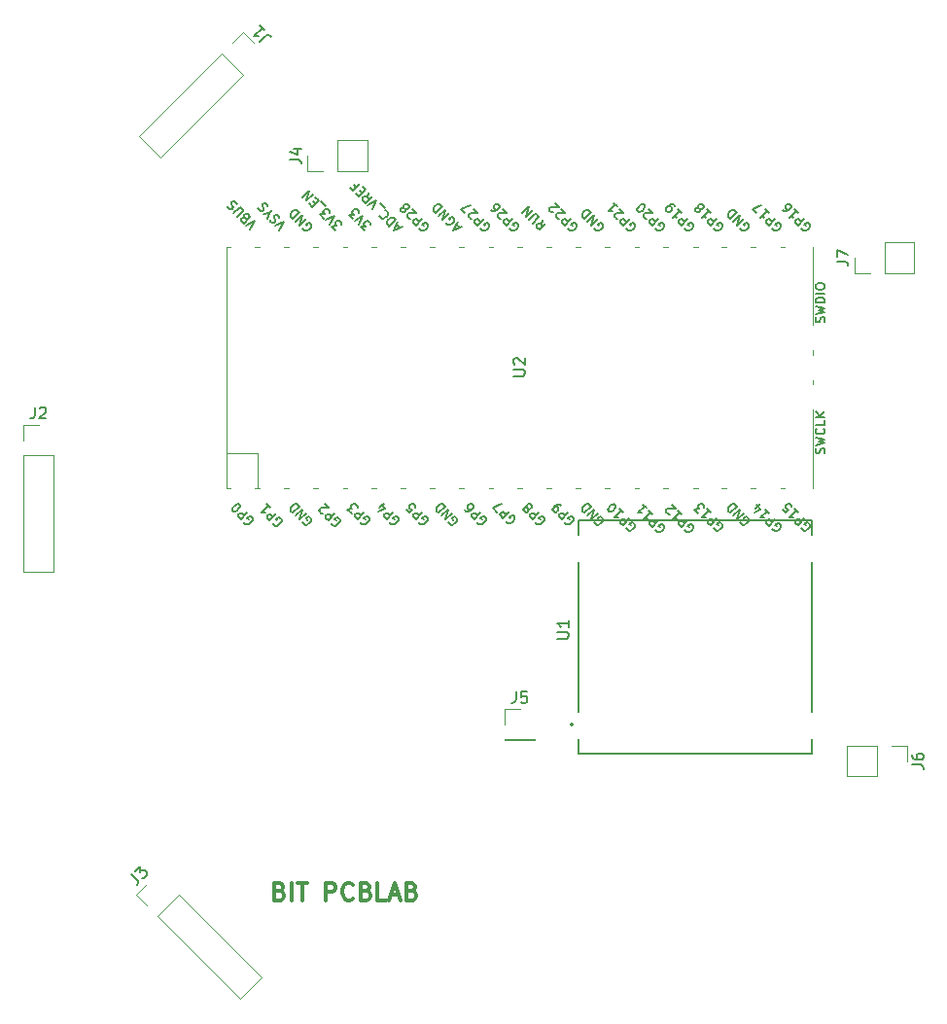
<source format=gbr>
%TF.GenerationSoftware,KiCad,Pcbnew,(6.0.9)*%
%TF.CreationDate,2022-12-06T16:34:43+05:30*%
%TF.ProjectId,micromouseus,6d696372-6f6d-46f7-9573-6575732e6b69,rev?*%
%TF.SameCoordinates,Original*%
%TF.FileFunction,Legend,Top*%
%TF.FilePolarity,Positive*%
%FSLAX46Y46*%
G04 Gerber Fmt 4.6, Leading zero omitted, Abs format (unit mm)*
G04 Created by KiCad (PCBNEW (6.0.9)) date 2022-12-06 16:34:43*
%MOMM*%
%LPD*%
G01*
G04 APERTURE LIST*
%ADD10C,0.350000*%
%ADD11C,0.150000*%
%ADD12C,0.127000*%
%ADD13C,0.200000*%
%ADD14C,0.120000*%
G04 APERTURE END LIST*
D10*
X134057142Y-122447857D02*
X134271428Y-122519285D01*
X134342857Y-122590714D01*
X134414285Y-122733571D01*
X134414285Y-122947857D01*
X134342857Y-123090714D01*
X134271428Y-123162142D01*
X134128571Y-123233571D01*
X133557142Y-123233571D01*
X133557142Y-121733571D01*
X134057142Y-121733571D01*
X134200000Y-121805000D01*
X134271428Y-121876428D01*
X134342857Y-122019285D01*
X134342857Y-122162142D01*
X134271428Y-122305000D01*
X134200000Y-122376428D01*
X134057142Y-122447857D01*
X133557142Y-122447857D01*
X135057142Y-123233571D02*
X135057142Y-121733571D01*
X135557142Y-121733571D02*
X136414285Y-121733571D01*
X135985714Y-123233571D02*
X135985714Y-121733571D01*
X138057142Y-123233571D02*
X138057142Y-121733571D01*
X138628571Y-121733571D01*
X138771428Y-121805000D01*
X138842857Y-121876428D01*
X138914285Y-122019285D01*
X138914285Y-122233571D01*
X138842857Y-122376428D01*
X138771428Y-122447857D01*
X138628571Y-122519285D01*
X138057142Y-122519285D01*
X140414285Y-123090714D02*
X140342857Y-123162142D01*
X140128571Y-123233571D01*
X139985714Y-123233571D01*
X139771428Y-123162142D01*
X139628571Y-123019285D01*
X139557142Y-122876428D01*
X139485714Y-122590714D01*
X139485714Y-122376428D01*
X139557142Y-122090714D01*
X139628571Y-121947857D01*
X139771428Y-121805000D01*
X139985714Y-121733571D01*
X140128571Y-121733571D01*
X140342857Y-121805000D01*
X140414285Y-121876428D01*
X141557142Y-122447857D02*
X141771428Y-122519285D01*
X141842857Y-122590714D01*
X141914285Y-122733571D01*
X141914285Y-122947857D01*
X141842857Y-123090714D01*
X141771428Y-123162142D01*
X141628571Y-123233571D01*
X141057142Y-123233571D01*
X141057142Y-121733571D01*
X141557142Y-121733571D01*
X141700000Y-121805000D01*
X141771428Y-121876428D01*
X141842857Y-122019285D01*
X141842857Y-122162142D01*
X141771428Y-122305000D01*
X141700000Y-122376428D01*
X141557142Y-122447857D01*
X141057142Y-122447857D01*
X143271428Y-123233571D02*
X142557142Y-123233571D01*
X142557142Y-121733571D01*
X143700000Y-122805000D02*
X144414285Y-122805000D01*
X143557142Y-123233571D02*
X144057142Y-121733571D01*
X144557142Y-123233571D01*
X145557142Y-122447857D02*
X145771428Y-122519285D01*
X145842857Y-122590714D01*
X145914285Y-122733571D01*
X145914285Y-122947857D01*
X145842857Y-123090714D01*
X145771428Y-123162142D01*
X145628571Y-123233571D01*
X145057142Y-123233571D01*
X145057142Y-121733571D01*
X145557142Y-121733571D01*
X145700000Y-121805000D01*
X145771428Y-121876428D01*
X145842857Y-122019285D01*
X145842857Y-122162142D01*
X145771428Y-122305000D01*
X145700000Y-122376428D01*
X145557142Y-122447857D01*
X145057142Y-122447857D01*
D11*
%TO.C,U1*%
X158202380Y-100456904D02*
X159011904Y-100456904D01*
X159107142Y-100409285D01*
X159154761Y-100361666D01*
X159202380Y-100266428D01*
X159202380Y-100075952D01*
X159154761Y-99980714D01*
X159107142Y-99933095D01*
X159011904Y-99885476D01*
X158202380Y-99885476D01*
X159202380Y-98885476D02*
X159202380Y-99456904D01*
X159202380Y-99171190D02*
X158202380Y-99171190D01*
X158345238Y-99266428D01*
X158440476Y-99361666D01*
X158488095Y-99456904D01*
%TO.C,J3*%
X121140946Y-120977351D02*
X121646022Y-121482427D01*
X121713366Y-121617114D01*
X121713366Y-121751801D01*
X121646022Y-121886488D01*
X121578679Y-121953831D01*
X121410320Y-120707977D02*
X121848053Y-120270244D01*
X121881725Y-120775320D01*
X121982740Y-120674305D01*
X122083755Y-120640633D01*
X122151099Y-120640633D01*
X122252114Y-120674305D01*
X122420473Y-120842664D01*
X122454144Y-120943679D01*
X122454144Y-121011022D01*
X122420473Y-121112038D01*
X122218442Y-121314068D01*
X122117427Y-121347740D01*
X122050083Y-121347740D01*
%TO.C,J7*%
X182542380Y-67643333D02*
X183256666Y-67643333D01*
X183399523Y-67690952D01*
X183494761Y-67786190D01*
X183542380Y-67929047D01*
X183542380Y-68024285D01*
X182542380Y-67262380D02*
X182542380Y-66595714D01*
X183542380Y-67024285D01*
%TO.C,J6*%
X189107380Y-111458333D02*
X189821666Y-111458333D01*
X189964523Y-111505952D01*
X190059761Y-111601190D01*
X190107380Y-111744047D01*
X190107380Y-111839285D01*
X189107380Y-110553571D02*
X189107380Y-110744047D01*
X189155000Y-110839285D01*
X189202619Y-110886904D01*
X189345476Y-110982142D01*
X189535952Y-111029761D01*
X189916904Y-111029761D01*
X190012142Y-110982142D01*
X190059761Y-110934523D01*
X190107380Y-110839285D01*
X190107380Y-110648809D01*
X190059761Y-110553571D01*
X190012142Y-110505952D01*
X189916904Y-110458333D01*
X189678809Y-110458333D01*
X189583571Y-110505952D01*
X189535952Y-110553571D01*
X189488333Y-110648809D01*
X189488333Y-110839285D01*
X189535952Y-110934523D01*
X189583571Y-110982142D01*
X189678809Y-111029761D01*
%TO.C,U2*%
X154392380Y-77596904D02*
X155201904Y-77596904D01*
X155297142Y-77549285D01*
X155344761Y-77501666D01*
X155392380Y-77406428D01*
X155392380Y-77215952D01*
X155344761Y-77120714D01*
X155297142Y-77073095D01*
X155201904Y-77025476D01*
X154392380Y-77025476D01*
X154487619Y-76596904D02*
X154440000Y-76549285D01*
X154392380Y-76454047D01*
X154392380Y-76215952D01*
X154440000Y-76120714D01*
X154487619Y-76073095D01*
X154582857Y-76025476D01*
X154678095Y-76025476D01*
X154820952Y-76073095D01*
X155392380Y-76644523D01*
X155392380Y-76025476D01*
X161438155Y-64748841D02*
X161465093Y-64829653D01*
X161545905Y-64910465D01*
X161653654Y-64964340D01*
X161761404Y-64964340D01*
X161842216Y-64937402D01*
X161976903Y-64856590D01*
X162057715Y-64775778D01*
X162138528Y-64641091D01*
X162165465Y-64560279D01*
X162165465Y-64452529D01*
X162111590Y-64344780D01*
X162057715Y-64290905D01*
X161949966Y-64237030D01*
X161896091Y-64237030D01*
X161707529Y-64425592D01*
X161815279Y-64533341D01*
X161707529Y-63940719D02*
X161141844Y-64506404D01*
X161384280Y-63617470D01*
X160818595Y-64183155D01*
X161114906Y-63348096D02*
X160549221Y-63913781D01*
X160414534Y-63779094D01*
X160360659Y-63671345D01*
X160360659Y-63563595D01*
X160387597Y-63482783D01*
X160468409Y-63348096D01*
X160549221Y-63267284D01*
X160683908Y-63186471D01*
X160764720Y-63159534D01*
X160872470Y-63159534D01*
X160980219Y-63213409D01*
X161114906Y-63348096D01*
X164220592Y-90845277D02*
X164247529Y-90926089D01*
X164328341Y-91006902D01*
X164436091Y-91060776D01*
X164543841Y-91060776D01*
X164624653Y-91033839D01*
X164759340Y-90953027D01*
X164840152Y-90872215D01*
X164920964Y-90737528D01*
X164947902Y-90656715D01*
X164947902Y-90548966D01*
X164894027Y-90441216D01*
X164840152Y-90387341D01*
X164732402Y-90333467D01*
X164678528Y-90333467D01*
X164489966Y-90522028D01*
X164597715Y-90629778D01*
X164489966Y-90037155D02*
X163924280Y-90602841D01*
X163708781Y-90387341D01*
X163681844Y-90306529D01*
X163681844Y-90252654D01*
X163708781Y-90171842D01*
X163789593Y-90091030D01*
X163870406Y-90064093D01*
X163924280Y-90064093D01*
X164005093Y-90091030D01*
X164220592Y-90306529D01*
X163627969Y-89175158D02*
X163951218Y-89498407D01*
X163789593Y-89336783D02*
X163223908Y-89902468D01*
X163358595Y-89875531D01*
X163466345Y-89875531D01*
X163547157Y-89902468D01*
X162712097Y-89390658D02*
X162658223Y-89336783D01*
X162631285Y-89255971D01*
X162631285Y-89202096D01*
X162658223Y-89121284D01*
X162739035Y-88986597D01*
X162873722Y-88851910D01*
X163008409Y-88771097D01*
X163089221Y-88744160D01*
X163143096Y-88744160D01*
X163223908Y-88771097D01*
X163277783Y-88824972D01*
X163304720Y-88905784D01*
X163304720Y-88959659D01*
X163277783Y-89040471D01*
X163196971Y-89175158D01*
X163062284Y-89309845D01*
X162927597Y-89390658D01*
X162846784Y-89417595D01*
X162792910Y-89417595D01*
X162712097Y-89390658D01*
X181463809Y-72930238D02*
X181501904Y-72815952D01*
X181501904Y-72625476D01*
X181463809Y-72549285D01*
X181425714Y-72511190D01*
X181349523Y-72473095D01*
X181273333Y-72473095D01*
X181197142Y-72511190D01*
X181159047Y-72549285D01*
X181120952Y-72625476D01*
X181082857Y-72777857D01*
X181044761Y-72854047D01*
X181006666Y-72892142D01*
X180930476Y-72930238D01*
X180854285Y-72930238D01*
X180778095Y-72892142D01*
X180740000Y-72854047D01*
X180701904Y-72777857D01*
X180701904Y-72587380D01*
X180740000Y-72473095D01*
X180701904Y-72206428D02*
X181501904Y-72015952D01*
X180930476Y-71863571D01*
X181501904Y-71711190D01*
X180701904Y-71520714D01*
X181501904Y-71215952D02*
X180701904Y-71215952D01*
X180701904Y-71025476D01*
X180740000Y-70911190D01*
X180816190Y-70835000D01*
X180892380Y-70796904D01*
X181044761Y-70758809D01*
X181159047Y-70758809D01*
X181311428Y-70796904D01*
X181387619Y-70835000D01*
X181463809Y-70911190D01*
X181501904Y-71025476D01*
X181501904Y-71215952D01*
X181501904Y-70415952D02*
X180701904Y-70415952D01*
X180701904Y-69882619D02*
X180701904Y-69730238D01*
X180740000Y-69654047D01*
X180816190Y-69577857D01*
X180968571Y-69539761D01*
X181235238Y-69539761D01*
X181387619Y-69577857D01*
X181463809Y-69654047D01*
X181501904Y-69730238D01*
X181501904Y-69882619D01*
X181463809Y-69958809D01*
X181387619Y-70035000D01*
X181235238Y-70073095D01*
X180968571Y-70073095D01*
X180816190Y-70035000D01*
X180740000Y-69958809D01*
X180701904Y-69882619D01*
X159140592Y-64737277D02*
X159167529Y-64818089D01*
X159248341Y-64898902D01*
X159356091Y-64952776D01*
X159463841Y-64952776D01*
X159544653Y-64925839D01*
X159679340Y-64845027D01*
X159760152Y-64764215D01*
X159840964Y-64629528D01*
X159867902Y-64548715D01*
X159867902Y-64440966D01*
X159814027Y-64333216D01*
X159760152Y-64279341D01*
X159652402Y-64225467D01*
X159598528Y-64225467D01*
X159409966Y-64414028D01*
X159517715Y-64521778D01*
X159409966Y-63929155D02*
X158844280Y-64494841D01*
X158628781Y-64279341D01*
X158601844Y-64198529D01*
X158601844Y-64144654D01*
X158628781Y-64063842D01*
X158709593Y-63983030D01*
X158790406Y-63956093D01*
X158844280Y-63956093D01*
X158925093Y-63983030D01*
X159140592Y-64198529D01*
X158359407Y-63902218D02*
X158305532Y-63902218D01*
X158224720Y-63875280D01*
X158090033Y-63740593D01*
X158063096Y-63659781D01*
X158063096Y-63605906D01*
X158090033Y-63525094D01*
X158143908Y-63471219D01*
X158251658Y-63417345D01*
X158898155Y-63417345D01*
X158547969Y-63067158D01*
X157820659Y-63363470D02*
X157766784Y-63363470D01*
X157685972Y-63336532D01*
X157551285Y-63201845D01*
X157524348Y-63121033D01*
X157524348Y-63067158D01*
X157551285Y-62986346D01*
X157605160Y-62932471D01*
X157712910Y-62878597D01*
X158359407Y-62878597D01*
X158009221Y-62528410D01*
X138551218Y-90421903D02*
X138578155Y-90502715D01*
X138658967Y-90583528D01*
X138766717Y-90637402D01*
X138874467Y-90637402D01*
X138955279Y-90610465D01*
X139089966Y-90529653D01*
X139170778Y-90448841D01*
X139251590Y-90314154D01*
X139278528Y-90233341D01*
X139278528Y-90125592D01*
X139224653Y-90017842D01*
X139170778Y-89963967D01*
X139063028Y-89910093D01*
X139009154Y-89910093D01*
X138820592Y-90098654D01*
X138928341Y-90206404D01*
X138820592Y-89613781D02*
X138254906Y-90179467D01*
X138039407Y-89963967D01*
X138012470Y-89883155D01*
X138012470Y-89829280D01*
X138039407Y-89748468D01*
X138120219Y-89667656D01*
X138201032Y-89640719D01*
X138254906Y-89640719D01*
X138335719Y-89667656D01*
X138551218Y-89883155D01*
X137770033Y-89586844D02*
X137716158Y-89586844D01*
X137635346Y-89559906D01*
X137500659Y-89425219D01*
X137473722Y-89344407D01*
X137473722Y-89290532D01*
X137500659Y-89209720D01*
X137554534Y-89155845D01*
X137662284Y-89101971D01*
X138308781Y-89101971D01*
X137958595Y-88751784D01*
X151251218Y-90321903D02*
X151278155Y-90402715D01*
X151358967Y-90483528D01*
X151466717Y-90537402D01*
X151574467Y-90537402D01*
X151655279Y-90510465D01*
X151789966Y-90429653D01*
X151870778Y-90348841D01*
X151951590Y-90214154D01*
X151978528Y-90133341D01*
X151978528Y-90025592D01*
X151924653Y-89917842D01*
X151870778Y-89863967D01*
X151763028Y-89810093D01*
X151709154Y-89810093D01*
X151520592Y-89998654D01*
X151628341Y-90106404D01*
X151520592Y-89513781D02*
X150954906Y-90079467D01*
X150739407Y-89863967D01*
X150712470Y-89783155D01*
X150712470Y-89729280D01*
X150739407Y-89648468D01*
X150820219Y-89567656D01*
X150901032Y-89540719D01*
X150954906Y-89540719D01*
X151035719Y-89567656D01*
X151251218Y-89783155D01*
X150146784Y-89271345D02*
X150254534Y-89379094D01*
X150335346Y-89406032D01*
X150389221Y-89406032D01*
X150523908Y-89379094D01*
X150658595Y-89298282D01*
X150874094Y-89082783D01*
X150901032Y-89001971D01*
X150901032Y-88948096D01*
X150874094Y-88867284D01*
X150766345Y-88759534D01*
X150685532Y-88732597D01*
X150631658Y-88732597D01*
X150550845Y-88759534D01*
X150416158Y-88894221D01*
X150389221Y-88975033D01*
X150389221Y-89028908D01*
X150416158Y-89109720D01*
X150523908Y-89217470D01*
X150604720Y-89244407D01*
X150658595Y-89244407D01*
X150739407Y-89217470D01*
X148738155Y-90348841D02*
X148765093Y-90429653D01*
X148845905Y-90510465D01*
X148953654Y-90564340D01*
X149061404Y-90564340D01*
X149142216Y-90537402D01*
X149276903Y-90456590D01*
X149357715Y-90375778D01*
X149438528Y-90241091D01*
X149465465Y-90160279D01*
X149465465Y-90052529D01*
X149411590Y-89944780D01*
X149357715Y-89890905D01*
X149249966Y-89837030D01*
X149196091Y-89837030D01*
X149007529Y-90025592D01*
X149115279Y-90133341D01*
X149007529Y-89540719D02*
X148441844Y-90106404D01*
X148684280Y-89217470D01*
X148118595Y-89783155D01*
X148414906Y-88948096D02*
X147849221Y-89513781D01*
X147714534Y-89379094D01*
X147660659Y-89271345D01*
X147660659Y-89163595D01*
X147687597Y-89082783D01*
X147768409Y-88948096D01*
X147849221Y-88867284D01*
X147983908Y-88786471D01*
X148064720Y-88759534D01*
X148172470Y-88759534D01*
X148280219Y-88813409D01*
X148414906Y-88948096D01*
X131467309Y-64881870D02*
X131844433Y-64127622D01*
X131090186Y-64504746D01*
X130982436Y-63858248D02*
X130928561Y-63750499D01*
X130928561Y-63696624D01*
X130955499Y-63615812D01*
X131036311Y-63535000D01*
X131117123Y-63508062D01*
X131170998Y-63508062D01*
X131251810Y-63535000D01*
X131467309Y-63750499D01*
X130901624Y-64316184D01*
X130713062Y-64127622D01*
X130686125Y-64046810D01*
X130686125Y-63992935D01*
X130713062Y-63912123D01*
X130766937Y-63858248D01*
X130847749Y-63831311D01*
X130901624Y-63831311D01*
X130982436Y-63858248D01*
X131170998Y-64046810D01*
X130335938Y-63750499D02*
X130793874Y-63292563D01*
X130820812Y-63211751D01*
X130820812Y-63157876D01*
X130793874Y-63077064D01*
X130686125Y-62969314D01*
X130605312Y-62942377D01*
X130551438Y-62942377D01*
X130470625Y-62969314D01*
X130012690Y-63427250D01*
X130309001Y-62646065D02*
X130255126Y-62538316D01*
X130120439Y-62403629D01*
X130039627Y-62376691D01*
X129985752Y-62376691D01*
X129904940Y-62403629D01*
X129851065Y-62457503D01*
X129824128Y-62538316D01*
X129824128Y-62592190D01*
X129851065Y-62673003D01*
X129931877Y-62807690D01*
X129958815Y-62888502D01*
X129958815Y-62942377D01*
X129931877Y-63023189D01*
X129878003Y-63077064D01*
X129797190Y-63104001D01*
X129743316Y-63104001D01*
X129662503Y-63077064D01*
X129527816Y-62942377D01*
X129473942Y-62834627D01*
X141430592Y-64945152D02*
X141080406Y-64594966D01*
X141484467Y-64568028D01*
X141403654Y-64487216D01*
X141376717Y-64406404D01*
X141376717Y-64352529D01*
X141403654Y-64271717D01*
X141538341Y-64137030D01*
X141619154Y-64110093D01*
X141673028Y-64110093D01*
X141753841Y-64137030D01*
X141915465Y-64298654D01*
X141942402Y-64379467D01*
X141942402Y-64433341D01*
X140918781Y-64433341D02*
X141295905Y-63679094D01*
X140541658Y-64056218D01*
X140406971Y-63921531D02*
X140056784Y-63571345D01*
X140460845Y-63544407D01*
X140380033Y-63463595D01*
X140353096Y-63382783D01*
X140353096Y-63328908D01*
X140380033Y-63248096D01*
X140514720Y-63113409D01*
X140595532Y-63086471D01*
X140649407Y-63086471D01*
X140730219Y-63113409D01*
X140891844Y-63275033D01*
X140918781Y-63355845D01*
X140918781Y-63409720D01*
X174138155Y-90348841D02*
X174165093Y-90429653D01*
X174245905Y-90510465D01*
X174353654Y-90564340D01*
X174461404Y-90564340D01*
X174542216Y-90537402D01*
X174676903Y-90456590D01*
X174757715Y-90375778D01*
X174838528Y-90241091D01*
X174865465Y-90160279D01*
X174865465Y-90052529D01*
X174811590Y-89944780D01*
X174757715Y-89890905D01*
X174649966Y-89837030D01*
X174596091Y-89837030D01*
X174407529Y-90025592D01*
X174515279Y-90133341D01*
X174407529Y-89540719D02*
X173841844Y-90106404D01*
X174084280Y-89217470D01*
X173518595Y-89783155D01*
X173814906Y-88948096D02*
X173249221Y-89513781D01*
X173114534Y-89379094D01*
X173060659Y-89271345D01*
X173060659Y-89163595D01*
X173087597Y-89082783D01*
X173168409Y-88948096D01*
X173249221Y-88867284D01*
X173383908Y-88786471D01*
X173464720Y-88759534D01*
X173572470Y-88759534D01*
X173680219Y-88813409D01*
X173814906Y-88948096D01*
X133461218Y-90421903D02*
X133488155Y-90502715D01*
X133568967Y-90583528D01*
X133676717Y-90637402D01*
X133784467Y-90637402D01*
X133865279Y-90610465D01*
X133999966Y-90529653D01*
X134080778Y-90448841D01*
X134161590Y-90314154D01*
X134188528Y-90233341D01*
X134188528Y-90125592D01*
X134134653Y-90017842D01*
X134080778Y-89963967D01*
X133973028Y-89910093D01*
X133919154Y-89910093D01*
X133730592Y-90098654D01*
X133838341Y-90206404D01*
X133730592Y-89613781D02*
X133164906Y-90179467D01*
X132949407Y-89963967D01*
X132922470Y-89883155D01*
X132922470Y-89829280D01*
X132949407Y-89748468D01*
X133030219Y-89667656D01*
X133111032Y-89640719D01*
X133164906Y-89640719D01*
X133245719Y-89667656D01*
X133461218Y-89883155D01*
X132868595Y-88751784D02*
X133191844Y-89075033D01*
X133030219Y-88913409D02*
X132464534Y-89479094D01*
X132599221Y-89452157D01*
X132706971Y-89452157D01*
X132787783Y-89479094D01*
X143631218Y-90321903D02*
X143658155Y-90402715D01*
X143738967Y-90483528D01*
X143846717Y-90537402D01*
X143954467Y-90537402D01*
X144035279Y-90510465D01*
X144169966Y-90429653D01*
X144250778Y-90348841D01*
X144331590Y-90214154D01*
X144358528Y-90133341D01*
X144358528Y-90025592D01*
X144304653Y-89917842D01*
X144250778Y-89863967D01*
X144143028Y-89810093D01*
X144089154Y-89810093D01*
X143900592Y-89998654D01*
X144008341Y-90106404D01*
X143900592Y-89513781D02*
X143334906Y-90079467D01*
X143119407Y-89863967D01*
X143092470Y-89783155D01*
X143092470Y-89729280D01*
X143119407Y-89648468D01*
X143200219Y-89567656D01*
X143281032Y-89540719D01*
X143334906Y-89540719D01*
X143415719Y-89567656D01*
X143631218Y-89783155D01*
X142715346Y-89082783D02*
X143092470Y-88705659D01*
X142634534Y-89432969D02*
X143173282Y-89163595D01*
X142823096Y-88813409D01*
X176920592Y-90891277D02*
X176947529Y-90972089D01*
X177028341Y-91052902D01*
X177136091Y-91106776D01*
X177243841Y-91106776D01*
X177324653Y-91079839D01*
X177459340Y-90999027D01*
X177540152Y-90918215D01*
X177620964Y-90783528D01*
X177647902Y-90702715D01*
X177647902Y-90594966D01*
X177594027Y-90487216D01*
X177540152Y-90433341D01*
X177432402Y-90379467D01*
X177378528Y-90379467D01*
X177189966Y-90568028D01*
X177297715Y-90675778D01*
X177189966Y-90083155D02*
X176624280Y-90648841D01*
X176408781Y-90433341D01*
X176381844Y-90352529D01*
X176381844Y-90298654D01*
X176408781Y-90217842D01*
X176489593Y-90137030D01*
X176570406Y-90110093D01*
X176624280Y-90110093D01*
X176705093Y-90137030D01*
X176920592Y-90352529D01*
X176327969Y-89221158D02*
X176651218Y-89544407D01*
X176489593Y-89382783D02*
X175923908Y-89948468D01*
X176058595Y-89921531D01*
X176166345Y-89921531D01*
X176247157Y-89948468D01*
X175465972Y-89113409D02*
X175843096Y-88736285D01*
X175385160Y-89463595D02*
X175923908Y-89194221D01*
X175573722Y-88844035D01*
X158871218Y-90321903D02*
X158898155Y-90402715D01*
X158978967Y-90483528D01*
X159086717Y-90537402D01*
X159194467Y-90537402D01*
X159275279Y-90510465D01*
X159409966Y-90429653D01*
X159490778Y-90348841D01*
X159571590Y-90214154D01*
X159598528Y-90133341D01*
X159598528Y-90025592D01*
X159544653Y-89917842D01*
X159490778Y-89863967D01*
X159383028Y-89810093D01*
X159329154Y-89810093D01*
X159140592Y-89998654D01*
X159248341Y-90106404D01*
X159140592Y-89513781D02*
X158574906Y-90079467D01*
X158359407Y-89863967D01*
X158332470Y-89783155D01*
X158332470Y-89729280D01*
X158359407Y-89648468D01*
X158440219Y-89567656D01*
X158521032Y-89540719D01*
X158574906Y-89540719D01*
X158655719Y-89567656D01*
X158871218Y-89783155D01*
X158547969Y-88921158D02*
X158440219Y-88813409D01*
X158359407Y-88786471D01*
X158305532Y-88786471D01*
X158170845Y-88813409D01*
X158036158Y-88894221D01*
X157820659Y-89109720D01*
X157793722Y-89190532D01*
X157793722Y-89244407D01*
X157820659Y-89325219D01*
X157928409Y-89432969D01*
X158009221Y-89459906D01*
X158063096Y-89459906D01*
X158143908Y-89432969D01*
X158278595Y-89298282D01*
X158305532Y-89217470D01*
X158305532Y-89163595D01*
X158278595Y-89082783D01*
X158170845Y-88975033D01*
X158090033Y-88948096D01*
X158036158Y-88948096D01*
X157955346Y-88975033D01*
X130931218Y-90321903D02*
X130958155Y-90402715D01*
X131038967Y-90483528D01*
X131146717Y-90537402D01*
X131254467Y-90537402D01*
X131335279Y-90510465D01*
X131469966Y-90429653D01*
X131550778Y-90348841D01*
X131631590Y-90214154D01*
X131658528Y-90133341D01*
X131658528Y-90025592D01*
X131604653Y-89917842D01*
X131550778Y-89863967D01*
X131443028Y-89810093D01*
X131389154Y-89810093D01*
X131200592Y-89998654D01*
X131308341Y-90106404D01*
X131200592Y-89513781D02*
X130634906Y-90079467D01*
X130419407Y-89863967D01*
X130392470Y-89783155D01*
X130392470Y-89729280D01*
X130419407Y-89648468D01*
X130500219Y-89567656D01*
X130581032Y-89540719D01*
X130634906Y-89540719D01*
X130715719Y-89567656D01*
X130931218Y-89783155D01*
X129961471Y-89406032D02*
X129907597Y-89352157D01*
X129880659Y-89271345D01*
X129880659Y-89217470D01*
X129907597Y-89136658D01*
X129988409Y-89001971D01*
X130123096Y-88867284D01*
X130257783Y-88786471D01*
X130338595Y-88759534D01*
X130392470Y-88759534D01*
X130473282Y-88786471D01*
X130527157Y-88840346D01*
X130554094Y-88921158D01*
X130554094Y-88975033D01*
X130527157Y-89055845D01*
X130446345Y-89190532D01*
X130311658Y-89325219D01*
X130176971Y-89406032D01*
X130096158Y-89432969D01*
X130042284Y-89432969D01*
X129961471Y-89406032D01*
X138898308Y-64912868D02*
X138548122Y-64562682D01*
X138952183Y-64535744D01*
X138871370Y-64454932D01*
X138844433Y-64374120D01*
X138844433Y-64320245D01*
X138871370Y-64239433D01*
X139006057Y-64104746D01*
X139086870Y-64077809D01*
X139140744Y-64077809D01*
X139221557Y-64104746D01*
X139383181Y-64266370D01*
X139410118Y-64347183D01*
X139410118Y-64401057D01*
X138386497Y-64401057D02*
X138763621Y-63646810D01*
X138009374Y-64023934D01*
X137874687Y-63889247D02*
X137524500Y-63539061D01*
X137928561Y-63512123D01*
X137847749Y-63431311D01*
X137820812Y-63350499D01*
X137820812Y-63296624D01*
X137847749Y-63215812D01*
X137982436Y-63081125D01*
X138063248Y-63054187D01*
X138117123Y-63054187D01*
X138197935Y-63081125D01*
X138359560Y-63242749D01*
X138386497Y-63323561D01*
X138386497Y-63377436D01*
X138036311Y-62811751D02*
X137605312Y-62380752D01*
X137120439Y-62596251D02*
X136931877Y-62407690D01*
X137147377Y-62030566D02*
X137416751Y-62299940D01*
X136851065Y-62865625D01*
X136581691Y-62596251D01*
X136904940Y-61788129D02*
X136339255Y-62353815D01*
X136581691Y-61464881D01*
X136016006Y-62030566D01*
X156883435Y-63996624D02*
X156802622Y-64454560D01*
X157206683Y-64319873D02*
X156640998Y-64885558D01*
X156425499Y-64670059D01*
X156398561Y-64589247D01*
X156398561Y-64535372D01*
X156425499Y-64454560D01*
X156506311Y-64373748D01*
X156587123Y-64346810D01*
X156640998Y-64346810D01*
X156721810Y-64373748D01*
X156937309Y-64589247D01*
X156075312Y-64319873D02*
X156533248Y-63861937D01*
X156560186Y-63781125D01*
X156560186Y-63727250D01*
X156533248Y-63646438D01*
X156425499Y-63538688D01*
X156344687Y-63511751D01*
X156290812Y-63511751D01*
X156210000Y-63538688D01*
X155752064Y-63996624D01*
X156048375Y-63161564D02*
X155482690Y-63727250D01*
X155725126Y-62838316D01*
X155159441Y-63404001D01*
X169300592Y-90991277D02*
X169327529Y-91072089D01*
X169408341Y-91152902D01*
X169516091Y-91206776D01*
X169623841Y-91206776D01*
X169704653Y-91179839D01*
X169839340Y-91099027D01*
X169920152Y-91018215D01*
X170000964Y-90883528D01*
X170027902Y-90802715D01*
X170027902Y-90694966D01*
X169974027Y-90587216D01*
X169920152Y-90533341D01*
X169812402Y-90479467D01*
X169758528Y-90479467D01*
X169569966Y-90668028D01*
X169677715Y-90775778D01*
X169569966Y-90183155D02*
X169004280Y-90748841D01*
X168788781Y-90533341D01*
X168761844Y-90452529D01*
X168761844Y-90398654D01*
X168788781Y-90317842D01*
X168869593Y-90237030D01*
X168950406Y-90210093D01*
X169004280Y-90210093D01*
X169085093Y-90237030D01*
X169300592Y-90452529D01*
X168707969Y-89321158D02*
X169031218Y-89644407D01*
X168869593Y-89482783D02*
X168303908Y-90048468D01*
X168438595Y-90021531D01*
X168546345Y-90021531D01*
X168627157Y-90048468D01*
X167980659Y-89617470D02*
X167926784Y-89617470D01*
X167845972Y-89590532D01*
X167711285Y-89455845D01*
X167684348Y-89375033D01*
X167684348Y-89321158D01*
X167711285Y-89240346D01*
X167765160Y-89186471D01*
X167872910Y-89132597D01*
X168519407Y-89132597D01*
X168169221Y-88782410D01*
X166760592Y-64737277D02*
X166787529Y-64818089D01*
X166868341Y-64898902D01*
X166976091Y-64952776D01*
X167083841Y-64952776D01*
X167164653Y-64925839D01*
X167299340Y-64845027D01*
X167380152Y-64764215D01*
X167460964Y-64629528D01*
X167487902Y-64548715D01*
X167487902Y-64440966D01*
X167434027Y-64333216D01*
X167380152Y-64279341D01*
X167272402Y-64225467D01*
X167218528Y-64225467D01*
X167029966Y-64414028D01*
X167137715Y-64521778D01*
X167029966Y-63929155D02*
X166464280Y-64494841D01*
X166248781Y-64279341D01*
X166221844Y-64198529D01*
X166221844Y-64144654D01*
X166248781Y-64063842D01*
X166329593Y-63983030D01*
X166410406Y-63956093D01*
X166464280Y-63956093D01*
X166545093Y-63983030D01*
X166760592Y-64198529D01*
X165979407Y-63902218D02*
X165925532Y-63902218D01*
X165844720Y-63875280D01*
X165710033Y-63740593D01*
X165683096Y-63659781D01*
X165683096Y-63605906D01*
X165710033Y-63525094D01*
X165763908Y-63471219D01*
X165871658Y-63417345D01*
X166518155Y-63417345D01*
X166167969Y-63067158D01*
X165252097Y-63282658D02*
X165198223Y-63228783D01*
X165171285Y-63147971D01*
X165171285Y-63094096D01*
X165198223Y-63013284D01*
X165279035Y-62878597D01*
X165413722Y-62743910D01*
X165548409Y-62663097D01*
X165629221Y-62636160D01*
X165683096Y-62636160D01*
X165763908Y-62663097D01*
X165817783Y-62716972D01*
X165844720Y-62797784D01*
X165844720Y-62851659D01*
X165817783Y-62932471D01*
X165736971Y-63067158D01*
X165602284Y-63201845D01*
X165467597Y-63282658D01*
X165386784Y-63309595D01*
X165332910Y-63309595D01*
X165252097Y-63282658D01*
X176920592Y-64737277D02*
X176947529Y-64818089D01*
X177028341Y-64898902D01*
X177136091Y-64952776D01*
X177243841Y-64952776D01*
X177324653Y-64925839D01*
X177459340Y-64845027D01*
X177540152Y-64764215D01*
X177620964Y-64629528D01*
X177647902Y-64548715D01*
X177647902Y-64440966D01*
X177594027Y-64333216D01*
X177540152Y-64279341D01*
X177432402Y-64225467D01*
X177378528Y-64225467D01*
X177189966Y-64414028D01*
X177297715Y-64521778D01*
X177189966Y-63929155D02*
X176624280Y-64494841D01*
X176408781Y-64279341D01*
X176381844Y-64198529D01*
X176381844Y-64144654D01*
X176408781Y-64063842D01*
X176489593Y-63983030D01*
X176570406Y-63956093D01*
X176624280Y-63956093D01*
X176705093Y-63983030D01*
X176920592Y-64198529D01*
X176327969Y-63067158D02*
X176651218Y-63390407D01*
X176489593Y-63228783D02*
X175923908Y-63794468D01*
X176058595Y-63767531D01*
X176166345Y-63767531D01*
X176247157Y-63794468D01*
X175573722Y-63444282D02*
X175196598Y-63067158D01*
X176004720Y-62743910D01*
X164230592Y-64737277D02*
X164257529Y-64818089D01*
X164338341Y-64898902D01*
X164446091Y-64952776D01*
X164553841Y-64952776D01*
X164634653Y-64925839D01*
X164769340Y-64845027D01*
X164850152Y-64764215D01*
X164930964Y-64629528D01*
X164957902Y-64548715D01*
X164957902Y-64440966D01*
X164904027Y-64333216D01*
X164850152Y-64279341D01*
X164742402Y-64225467D01*
X164688528Y-64225467D01*
X164499966Y-64414028D01*
X164607715Y-64521778D01*
X164499966Y-63929155D02*
X163934280Y-64494841D01*
X163718781Y-64279341D01*
X163691844Y-64198529D01*
X163691844Y-64144654D01*
X163718781Y-64063842D01*
X163799593Y-63983030D01*
X163880406Y-63956093D01*
X163934280Y-63956093D01*
X164015093Y-63983030D01*
X164230592Y-64198529D01*
X163449407Y-63902218D02*
X163395532Y-63902218D01*
X163314720Y-63875280D01*
X163180033Y-63740593D01*
X163153096Y-63659781D01*
X163153096Y-63605906D01*
X163180033Y-63525094D01*
X163233908Y-63471219D01*
X163341658Y-63417345D01*
X163988155Y-63417345D01*
X163637969Y-63067158D01*
X163099221Y-62528410D02*
X163422470Y-62851659D01*
X163260845Y-62690035D02*
X162695160Y-63255720D01*
X162829847Y-63228783D01*
X162937597Y-63228783D01*
X163018409Y-63255720D01*
X179460592Y-90845277D02*
X179487529Y-90926089D01*
X179568341Y-91006902D01*
X179676091Y-91060776D01*
X179783841Y-91060776D01*
X179864653Y-91033839D01*
X179999340Y-90953027D01*
X180080152Y-90872215D01*
X180160964Y-90737528D01*
X180187902Y-90656715D01*
X180187902Y-90548966D01*
X180134027Y-90441216D01*
X180080152Y-90387341D01*
X179972402Y-90333467D01*
X179918528Y-90333467D01*
X179729966Y-90522028D01*
X179837715Y-90629778D01*
X179729966Y-90037155D02*
X179164280Y-90602841D01*
X178948781Y-90387341D01*
X178921844Y-90306529D01*
X178921844Y-90252654D01*
X178948781Y-90171842D01*
X179029593Y-90091030D01*
X179110406Y-90064093D01*
X179164280Y-90064093D01*
X179245093Y-90091030D01*
X179460592Y-90306529D01*
X178867969Y-89175158D02*
X179191218Y-89498407D01*
X179029593Y-89336783D02*
X178463908Y-89902468D01*
X178598595Y-89875531D01*
X178706345Y-89875531D01*
X178787157Y-89902468D01*
X177790473Y-89229033D02*
X178059847Y-89498407D01*
X178356158Y-89255971D01*
X178302284Y-89255971D01*
X178221471Y-89229033D01*
X178086784Y-89094346D01*
X178059847Y-89013534D01*
X178059847Y-88959659D01*
X178086784Y-88878847D01*
X178221471Y-88744160D01*
X178302284Y-88717223D01*
X178356158Y-88717223D01*
X178436971Y-88744160D01*
X178571658Y-88878847D01*
X178598595Y-88959659D01*
X178598595Y-89013534D01*
X169300592Y-64737277D02*
X169327529Y-64818089D01*
X169408341Y-64898902D01*
X169516091Y-64952776D01*
X169623841Y-64952776D01*
X169704653Y-64925839D01*
X169839340Y-64845027D01*
X169920152Y-64764215D01*
X170000964Y-64629528D01*
X170027902Y-64548715D01*
X170027902Y-64440966D01*
X169974027Y-64333216D01*
X169920152Y-64279341D01*
X169812402Y-64225467D01*
X169758528Y-64225467D01*
X169569966Y-64414028D01*
X169677715Y-64521778D01*
X169569966Y-63929155D02*
X169004280Y-64494841D01*
X168788781Y-64279341D01*
X168761844Y-64198529D01*
X168761844Y-64144654D01*
X168788781Y-64063842D01*
X168869593Y-63983030D01*
X168950406Y-63956093D01*
X169004280Y-63956093D01*
X169085093Y-63983030D01*
X169300592Y-64198529D01*
X168707969Y-63067158D02*
X169031218Y-63390407D01*
X168869593Y-63228783D02*
X168303908Y-63794468D01*
X168438595Y-63767531D01*
X168546345Y-63767531D01*
X168627157Y-63794468D01*
X168438595Y-62797784D02*
X168330845Y-62690035D01*
X168250033Y-62663097D01*
X168196158Y-62663097D01*
X168061471Y-62690035D01*
X167926784Y-62770847D01*
X167711285Y-62986346D01*
X167684348Y-63067158D01*
X167684348Y-63121033D01*
X167711285Y-63201845D01*
X167819035Y-63309595D01*
X167899847Y-63336532D01*
X167953722Y-63336532D01*
X168034534Y-63309595D01*
X168169221Y-63174908D01*
X168196158Y-63094096D01*
X168196158Y-63040221D01*
X168169221Y-62959409D01*
X168061471Y-62851659D01*
X167980659Y-62824722D01*
X167926784Y-62824722D01*
X167845972Y-62851659D01*
X166760592Y-90991277D02*
X166787529Y-91072089D01*
X166868341Y-91152902D01*
X166976091Y-91206776D01*
X167083841Y-91206776D01*
X167164653Y-91179839D01*
X167299340Y-91099027D01*
X167380152Y-91018215D01*
X167460964Y-90883528D01*
X167487902Y-90802715D01*
X167487902Y-90694966D01*
X167434027Y-90587216D01*
X167380152Y-90533341D01*
X167272402Y-90479467D01*
X167218528Y-90479467D01*
X167029966Y-90668028D01*
X167137715Y-90775778D01*
X167029966Y-90183155D02*
X166464280Y-90748841D01*
X166248781Y-90533341D01*
X166221844Y-90452529D01*
X166221844Y-90398654D01*
X166248781Y-90317842D01*
X166329593Y-90237030D01*
X166410406Y-90210093D01*
X166464280Y-90210093D01*
X166545093Y-90237030D01*
X166760592Y-90452529D01*
X166167969Y-89321158D02*
X166491218Y-89644407D01*
X166329593Y-89482783D02*
X165763908Y-90048468D01*
X165898595Y-90021531D01*
X166006345Y-90021531D01*
X166087157Y-90048468D01*
X165629221Y-88782410D02*
X165952470Y-89105659D01*
X165790845Y-88944035D02*
X165225160Y-89509720D01*
X165359847Y-89482783D01*
X165467597Y-89482783D01*
X165548409Y-89509720D01*
X161438155Y-90348841D02*
X161465093Y-90429653D01*
X161545905Y-90510465D01*
X161653654Y-90564340D01*
X161761404Y-90564340D01*
X161842216Y-90537402D01*
X161976903Y-90456590D01*
X162057715Y-90375778D01*
X162138528Y-90241091D01*
X162165465Y-90160279D01*
X162165465Y-90052529D01*
X162111590Y-89944780D01*
X162057715Y-89890905D01*
X161949966Y-89837030D01*
X161896091Y-89837030D01*
X161707529Y-90025592D01*
X161815279Y-90133341D01*
X161707529Y-89540719D02*
X161141844Y-90106404D01*
X161384280Y-89217470D01*
X160818595Y-89783155D01*
X161114906Y-88948096D02*
X160549221Y-89513781D01*
X160414534Y-89379094D01*
X160360659Y-89271345D01*
X160360659Y-89163595D01*
X160387597Y-89082783D01*
X160468409Y-88948096D01*
X160549221Y-88867284D01*
X160683908Y-88786471D01*
X160764720Y-88759534D01*
X160872470Y-88759534D01*
X160980219Y-88813409D01*
X161114906Y-88948096D01*
X136038155Y-90348841D02*
X136065093Y-90429653D01*
X136145905Y-90510465D01*
X136253654Y-90564340D01*
X136361404Y-90564340D01*
X136442216Y-90537402D01*
X136576903Y-90456590D01*
X136657715Y-90375778D01*
X136738528Y-90241091D01*
X136765465Y-90160279D01*
X136765465Y-90052529D01*
X136711590Y-89944780D01*
X136657715Y-89890905D01*
X136549966Y-89837030D01*
X136496091Y-89837030D01*
X136307529Y-90025592D01*
X136415279Y-90133341D01*
X136307529Y-89540719D02*
X135741844Y-90106404D01*
X135984280Y-89217470D01*
X135418595Y-89783155D01*
X135714906Y-88948096D02*
X135149221Y-89513781D01*
X135014534Y-89379094D01*
X134960659Y-89271345D01*
X134960659Y-89163595D01*
X134987597Y-89082783D01*
X135068409Y-88948096D01*
X135149221Y-88867284D01*
X135283908Y-88786471D01*
X135364720Y-88759534D01*
X135472470Y-88759534D01*
X135580219Y-88813409D01*
X135714906Y-88948096D01*
X146171218Y-90321903D02*
X146198155Y-90402715D01*
X146278967Y-90483528D01*
X146386717Y-90537402D01*
X146494467Y-90537402D01*
X146575279Y-90510465D01*
X146709966Y-90429653D01*
X146790778Y-90348841D01*
X146871590Y-90214154D01*
X146898528Y-90133341D01*
X146898528Y-90025592D01*
X146844653Y-89917842D01*
X146790778Y-89863967D01*
X146683028Y-89810093D01*
X146629154Y-89810093D01*
X146440592Y-89998654D01*
X146548341Y-90106404D01*
X146440592Y-89513781D02*
X145874906Y-90079467D01*
X145659407Y-89863967D01*
X145632470Y-89783155D01*
X145632470Y-89729280D01*
X145659407Y-89648468D01*
X145740219Y-89567656D01*
X145821032Y-89540719D01*
X145874906Y-89540719D01*
X145955719Y-89567656D01*
X146171218Y-89783155D01*
X145039847Y-89244407D02*
X145309221Y-89513781D01*
X145605532Y-89271345D01*
X145551658Y-89271345D01*
X145470845Y-89244407D01*
X145336158Y-89109720D01*
X145309221Y-89028908D01*
X145309221Y-88975033D01*
X145336158Y-88894221D01*
X145470845Y-88759534D01*
X145551658Y-88732597D01*
X145605532Y-88732597D01*
X145686345Y-88759534D01*
X145821032Y-88894221D01*
X145847969Y-88975033D01*
X145847969Y-89028908D01*
X151530592Y-64737277D02*
X151557529Y-64818089D01*
X151638341Y-64898902D01*
X151746091Y-64952776D01*
X151853841Y-64952776D01*
X151934653Y-64925839D01*
X152069340Y-64845027D01*
X152150152Y-64764215D01*
X152230964Y-64629528D01*
X152257902Y-64548715D01*
X152257902Y-64440966D01*
X152204027Y-64333216D01*
X152150152Y-64279341D01*
X152042402Y-64225467D01*
X151988528Y-64225467D01*
X151799966Y-64414028D01*
X151907715Y-64521778D01*
X151799966Y-63929155D02*
X151234280Y-64494841D01*
X151018781Y-64279341D01*
X150991844Y-64198529D01*
X150991844Y-64144654D01*
X151018781Y-64063842D01*
X151099593Y-63983030D01*
X151180406Y-63956093D01*
X151234280Y-63956093D01*
X151315093Y-63983030D01*
X151530592Y-64198529D01*
X150749407Y-63902218D02*
X150695532Y-63902218D01*
X150614720Y-63875280D01*
X150480033Y-63740593D01*
X150453096Y-63659781D01*
X150453096Y-63605906D01*
X150480033Y-63525094D01*
X150533908Y-63471219D01*
X150641658Y-63417345D01*
X151288155Y-63417345D01*
X150937969Y-63067158D01*
X150183722Y-63444282D02*
X149806598Y-63067158D01*
X150614720Y-62743910D01*
X149680964Y-64683402D02*
X149411590Y-64414028D01*
X149896463Y-64575653D02*
X149142216Y-64952776D01*
X149519340Y-64198529D01*
X148495719Y-64252404D02*
X148522656Y-64333216D01*
X148603468Y-64414028D01*
X148711218Y-64467903D01*
X148818967Y-64467903D01*
X148899780Y-64440966D01*
X149034467Y-64360154D01*
X149115279Y-64279341D01*
X149196091Y-64144654D01*
X149223028Y-64063842D01*
X149223028Y-63956093D01*
X149169154Y-63848343D01*
X149115279Y-63794468D01*
X149007529Y-63740593D01*
X148953654Y-63740593D01*
X148765093Y-63929155D01*
X148872842Y-64036905D01*
X148765093Y-63444282D02*
X148199407Y-64009967D01*
X148441844Y-63121033D01*
X147876158Y-63686719D01*
X148172470Y-62851659D02*
X147606784Y-63417345D01*
X147472097Y-63282658D01*
X147418223Y-63174908D01*
X147418223Y-63067158D01*
X147445160Y-62986346D01*
X147525972Y-62851659D01*
X147606784Y-62770847D01*
X147741471Y-62690035D01*
X147822284Y-62663097D01*
X147930033Y-62663097D01*
X148037783Y-62716972D01*
X148172470Y-62851659D01*
X174138155Y-64748841D02*
X174165093Y-64829653D01*
X174245905Y-64910465D01*
X174353654Y-64964340D01*
X174461404Y-64964340D01*
X174542216Y-64937402D01*
X174676903Y-64856590D01*
X174757715Y-64775778D01*
X174838528Y-64641091D01*
X174865465Y-64560279D01*
X174865465Y-64452529D01*
X174811590Y-64344780D01*
X174757715Y-64290905D01*
X174649966Y-64237030D01*
X174596091Y-64237030D01*
X174407529Y-64425592D01*
X174515279Y-64533341D01*
X174407529Y-63940719D02*
X173841844Y-64506404D01*
X174084280Y-63617470D01*
X173518595Y-64183155D01*
X173814906Y-63348096D02*
X173249221Y-63913781D01*
X173114534Y-63779094D01*
X173060659Y-63671345D01*
X173060659Y-63563595D01*
X173087597Y-63482783D01*
X173168409Y-63348096D01*
X173249221Y-63267284D01*
X173383908Y-63186471D01*
X173464720Y-63159534D01*
X173572470Y-63159534D01*
X173680219Y-63213409D01*
X173814906Y-63348096D01*
X156331218Y-90321903D02*
X156358155Y-90402715D01*
X156438967Y-90483528D01*
X156546717Y-90537402D01*
X156654467Y-90537402D01*
X156735279Y-90510465D01*
X156869966Y-90429653D01*
X156950778Y-90348841D01*
X157031590Y-90214154D01*
X157058528Y-90133341D01*
X157058528Y-90025592D01*
X157004653Y-89917842D01*
X156950778Y-89863967D01*
X156843028Y-89810093D01*
X156789154Y-89810093D01*
X156600592Y-89998654D01*
X156708341Y-90106404D01*
X156600592Y-89513781D02*
X156034906Y-90079467D01*
X155819407Y-89863967D01*
X155792470Y-89783155D01*
X155792470Y-89729280D01*
X155819407Y-89648468D01*
X155900219Y-89567656D01*
X155981032Y-89540719D01*
X156034906Y-89540719D01*
X156115719Y-89567656D01*
X156331218Y-89783155D01*
X155630845Y-89190532D02*
X155657783Y-89271345D01*
X155657783Y-89325219D01*
X155630845Y-89406032D01*
X155603908Y-89432969D01*
X155523096Y-89459906D01*
X155469221Y-89459906D01*
X155388409Y-89432969D01*
X155280659Y-89325219D01*
X155253722Y-89244407D01*
X155253722Y-89190532D01*
X155280659Y-89109720D01*
X155307597Y-89082783D01*
X155388409Y-89055845D01*
X155442284Y-89055845D01*
X155523096Y-89082783D01*
X155630845Y-89190532D01*
X155711658Y-89217470D01*
X155765532Y-89217470D01*
X155846345Y-89190532D01*
X155954094Y-89082783D01*
X155981032Y-89001971D01*
X155981032Y-88948096D01*
X155954094Y-88867284D01*
X155846345Y-88759534D01*
X155765532Y-88732597D01*
X155711658Y-88732597D01*
X155630845Y-88759534D01*
X155523096Y-88867284D01*
X155496158Y-88948096D01*
X155496158Y-89001971D01*
X155523096Y-89082783D01*
X179460592Y-64737277D02*
X179487529Y-64818089D01*
X179568341Y-64898902D01*
X179676091Y-64952776D01*
X179783841Y-64952776D01*
X179864653Y-64925839D01*
X179999340Y-64845027D01*
X180080152Y-64764215D01*
X180160964Y-64629528D01*
X180187902Y-64548715D01*
X180187902Y-64440966D01*
X180134027Y-64333216D01*
X180080152Y-64279341D01*
X179972402Y-64225467D01*
X179918528Y-64225467D01*
X179729966Y-64414028D01*
X179837715Y-64521778D01*
X179729966Y-63929155D02*
X179164280Y-64494841D01*
X178948781Y-64279341D01*
X178921844Y-64198529D01*
X178921844Y-64144654D01*
X178948781Y-64063842D01*
X179029593Y-63983030D01*
X179110406Y-63956093D01*
X179164280Y-63956093D01*
X179245093Y-63983030D01*
X179460592Y-64198529D01*
X178867969Y-63067158D02*
X179191218Y-63390407D01*
X179029593Y-63228783D02*
X178463908Y-63794468D01*
X178598595Y-63767531D01*
X178706345Y-63767531D01*
X178787157Y-63794468D01*
X177817410Y-63147971D02*
X177925160Y-63255720D01*
X178005972Y-63282658D01*
X178059847Y-63282658D01*
X178194534Y-63255720D01*
X178329221Y-63174908D01*
X178544720Y-62959409D01*
X178571658Y-62878597D01*
X178571658Y-62824722D01*
X178544720Y-62743910D01*
X178436971Y-62636160D01*
X178356158Y-62609223D01*
X178302284Y-62609223D01*
X178221471Y-62636160D01*
X178086784Y-62770847D01*
X178059847Y-62851659D01*
X178059847Y-62905534D01*
X178086784Y-62986346D01*
X178194534Y-63094096D01*
X178275346Y-63121033D01*
X178329221Y-63121033D01*
X178410033Y-63094096D01*
X153761218Y-90221903D02*
X153788155Y-90302715D01*
X153868967Y-90383528D01*
X153976717Y-90437402D01*
X154084467Y-90437402D01*
X154165279Y-90410465D01*
X154299966Y-90329653D01*
X154380778Y-90248841D01*
X154461590Y-90114154D01*
X154488528Y-90033341D01*
X154488528Y-89925592D01*
X154434653Y-89817842D01*
X154380778Y-89763967D01*
X154273028Y-89710093D01*
X154219154Y-89710093D01*
X154030592Y-89898654D01*
X154138341Y-90006404D01*
X154030592Y-89413781D02*
X153464906Y-89979467D01*
X153249407Y-89763967D01*
X153222470Y-89683155D01*
X153222470Y-89629280D01*
X153249407Y-89548468D01*
X153330219Y-89467656D01*
X153411032Y-89440719D01*
X153464906Y-89440719D01*
X153545719Y-89467656D01*
X153761218Y-89683155D01*
X152953096Y-89467656D02*
X152575972Y-89090532D01*
X153384094Y-88767284D01*
X136038155Y-64748841D02*
X136065093Y-64829653D01*
X136145905Y-64910465D01*
X136253654Y-64964340D01*
X136361404Y-64964340D01*
X136442216Y-64937402D01*
X136576903Y-64856590D01*
X136657715Y-64775778D01*
X136738528Y-64641091D01*
X136765465Y-64560279D01*
X136765465Y-64452529D01*
X136711590Y-64344780D01*
X136657715Y-64290905D01*
X136549966Y-64237030D01*
X136496091Y-64237030D01*
X136307529Y-64425592D01*
X136415279Y-64533341D01*
X136307529Y-63940719D02*
X135741844Y-64506404D01*
X135984280Y-63617470D01*
X135418595Y-64183155D01*
X135714906Y-63348096D02*
X135149221Y-63913781D01*
X135014534Y-63779094D01*
X134960659Y-63671345D01*
X134960659Y-63563595D01*
X134987597Y-63482783D01*
X135068409Y-63348096D01*
X135149221Y-63267284D01*
X135283908Y-63186471D01*
X135364720Y-63159534D01*
X135472470Y-63159534D01*
X135580219Y-63213409D01*
X135714906Y-63348096D01*
X146186592Y-64737277D02*
X146213529Y-64818089D01*
X146294341Y-64898902D01*
X146402091Y-64952776D01*
X146509841Y-64952776D01*
X146590653Y-64925839D01*
X146725340Y-64845027D01*
X146806152Y-64764215D01*
X146886964Y-64629528D01*
X146913902Y-64548715D01*
X146913902Y-64440966D01*
X146860027Y-64333216D01*
X146806152Y-64279341D01*
X146698402Y-64225467D01*
X146644528Y-64225467D01*
X146455966Y-64414028D01*
X146563715Y-64521778D01*
X146455966Y-63929155D02*
X145890280Y-64494841D01*
X145674781Y-64279341D01*
X145647844Y-64198529D01*
X145647844Y-64144654D01*
X145674781Y-64063842D01*
X145755593Y-63983030D01*
X145836406Y-63956093D01*
X145890280Y-63956093D01*
X145971093Y-63983030D01*
X146186592Y-64198529D01*
X145405407Y-63902218D02*
X145351532Y-63902218D01*
X145270720Y-63875280D01*
X145136033Y-63740593D01*
X145109096Y-63659781D01*
X145109096Y-63605906D01*
X145136033Y-63525094D01*
X145189908Y-63471219D01*
X145297658Y-63417345D01*
X145944155Y-63417345D01*
X145593969Y-63067158D01*
X144947471Y-63067158D02*
X144974409Y-63147971D01*
X144974409Y-63201845D01*
X144947471Y-63282658D01*
X144920534Y-63309595D01*
X144839722Y-63336532D01*
X144785847Y-63336532D01*
X144705035Y-63309595D01*
X144597285Y-63201845D01*
X144570348Y-63121033D01*
X144570348Y-63067158D01*
X144597285Y-62986346D01*
X144624223Y-62959409D01*
X144705035Y-62932471D01*
X144758910Y-62932471D01*
X144839722Y-62959409D01*
X144947471Y-63067158D01*
X145028284Y-63094096D01*
X145082158Y-63094096D01*
X145162971Y-63067158D01*
X145270720Y-62959409D01*
X145297658Y-62878597D01*
X145297658Y-62824722D01*
X145270720Y-62743910D01*
X145162971Y-62636160D01*
X145082158Y-62609223D01*
X145028284Y-62609223D01*
X144947471Y-62636160D01*
X144839722Y-62743910D01*
X144812784Y-62824722D01*
X144812784Y-62878597D01*
X144839722Y-62959409D01*
X171840592Y-90845277D02*
X171867529Y-90926089D01*
X171948341Y-91006902D01*
X172056091Y-91060776D01*
X172163841Y-91060776D01*
X172244653Y-91033839D01*
X172379340Y-90953027D01*
X172460152Y-90872215D01*
X172540964Y-90737528D01*
X172567902Y-90656715D01*
X172567902Y-90548966D01*
X172514027Y-90441216D01*
X172460152Y-90387341D01*
X172352402Y-90333467D01*
X172298528Y-90333467D01*
X172109966Y-90522028D01*
X172217715Y-90629778D01*
X172109966Y-90037155D02*
X171544280Y-90602841D01*
X171328781Y-90387341D01*
X171301844Y-90306529D01*
X171301844Y-90252654D01*
X171328781Y-90171842D01*
X171409593Y-90091030D01*
X171490406Y-90064093D01*
X171544280Y-90064093D01*
X171625093Y-90091030D01*
X171840592Y-90306529D01*
X171247969Y-89175158D02*
X171571218Y-89498407D01*
X171409593Y-89336783D02*
X170843908Y-89902468D01*
X170978595Y-89875531D01*
X171086345Y-89875531D01*
X171167157Y-89902468D01*
X170493722Y-89552282D02*
X170143536Y-89202096D01*
X170547597Y-89175158D01*
X170466784Y-89094346D01*
X170439847Y-89013534D01*
X170439847Y-88959659D01*
X170466784Y-88878847D01*
X170601471Y-88744160D01*
X170682284Y-88717223D01*
X170736158Y-88717223D01*
X170816971Y-88744160D01*
X170978595Y-88905784D01*
X171005532Y-88986597D01*
X171005532Y-89040471D01*
X181463809Y-84344523D02*
X181501904Y-84230238D01*
X181501904Y-84039761D01*
X181463809Y-83963571D01*
X181425714Y-83925476D01*
X181349523Y-83887380D01*
X181273333Y-83887380D01*
X181197142Y-83925476D01*
X181159047Y-83963571D01*
X181120952Y-84039761D01*
X181082857Y-84192142D01*
X181044761Y-84268333D01*
X181006666Y-84306428D01*
X180930476Y-84344523D01*
X180854285Y-84344523D01*
X180778095Y-84306428D01*
X180740000Y-84268333D01*
X180701904Y-84192142D01*
X180701904Y-84001666D01*
X180740000Y-83887380D01*
X180701904Y-83620714D02*
X181501904Y-83430238D01*
X180930476Y-83277857D01*
X181501904Y-83125476D01*
X180701904Y-82935000D01*
X181425714Y-82173095D02*
X181463809Y-82211190D01*
X181501904Y-82325476D01*
X181501904Y-82401666D01*
X181463809Y-82515952D01*
X181387619Y-82592142D01*
X181311428Y-82630238D01*
X181159047Y-82668333D01*
X181044761Y-82668333D01*
X180892380Y-82630238D01*
X180816190Y-82592142D01*
X180740000Y-82515952D01*
X180701904Y-82401666D01*
X180701904Y-82325476D01*
X180740000Y-82211190D01*
X180778095Y-82173095D01*
X181501904Y-81449285D02*
X181501904Y-81830238D01*
X180701904Y-81830238D01*
X181501904Y-81182619D02*
X180701904Y-81182619D01*
X181501904Y-80725476D02*
X181044761Y-81068333D01*
X180701904Y-80725476D02*
X181159047Y-81182619D01*
X141091218Y-90321903D02*
X141118155Y-90402715D01*
X141198967Y-90483528D01*
X141306717Y-90537402D01*
X141414467Y-90537402D01*
X141495279Y-90510465D01*
X141629966Y-90429653D01*
X141710778Y-90348841D01*
X141791590Y-90214154D01*
X141818528Y-90133341D01*
X141818528Y-90025592D01*
X141764653Y-89917842D01*
X141710778Y-89863967D01*
X141603028Y-89810093D01*
X141549154Y-89810093D01*
X141360592Y-89998654D01*
X141468341Y-90106404D01*
X141360592Y-89513781D02*
X140794906Y-90079467D01*
X140579407Y-89863967D01*
X140552470Y-89783155D01*
X140552470Y-89729280D01*
X140579407Y-89648468D01*
X140660219Y-89567656D01*
X140741032Y-89540719D01*
X140794906Y-89540719D01*
X140875719Y-89567656D01*
X141091218Y-89783155D01*
X140283096Y-89567656D02*
X139932910Y-89217470D01*
X140336971Y-89190532D01*
X140256158Y-89109720D01*
X140229221Y-89028908D01*
X140229221Y-88975033D01*
X140256158Y-88894221D01*
X140390845Y-88759534D01*
X140471658Y-88732597D01*
X140525532Y-88732597D01*
X140606345Y-88759534D01*
X140767969Y-88921158D01*
X140794906Y-89001971D01*
X140794906Y-89055845D01*
X171840592Y-64737277D02*
X171867529Y-64818089D01*
X171948341Y-64898902D01*
X172056091Y-64952776D01*
X172163841Y-64952776D01*
X172244653Y-64925839D01*
X172379340Y-64845027D01*
X172460152Y-64764215D01*
X172540964Y-64629528D01*
X172567902Y-64548715D01*
X172567902Y-64440966D01*
X172514027Y-64333216D01*
X172460152Y-64279341D01*
X172352402Y-64225467D01*
X172298528Y-64225467D01*
X172109966Y-64414028D01*
X172217715Y-64521778D01*
X172109966Y-63929155D02*
X171544280Y-64494841D01*
X171328781Y-64279341D01*
X171301844Y-64198529D01*
X171301844Y-64144654D01*
X171328781Y-64063842D01*
X171409593Y-63983030D01*
X171490406Y-63956093D01*
X171544280Y-63956093D01*
X171625093Y-63983030D01*
X171840592Y-64198529D01*
X171247969Y-63067158D02*
X171571218Y-63390407D01*
X171409593Y-63228783D02*
X170843908Y-63794468D01*
X170978595Y-63767531D01*
X171086345Y-63767531D01*
X171167157Y-63794468D01*
X170601471Y-63067158D02*
X170628409Y-63147971D01*
X170628409Y-63201845D01*
X170601471Y-63282658D01*
X170574534Y-63309595D01*
X170493722Y-63336532D01*
X170439847Y-63336532D01*
X170359035Y-63309595D01*
X170251285Y-63201845D01*
X170224348Y-63121033D01*
X170224348Y-63067158D01*
X170251285Y-62986346D01*
X170278223Y-62959409D01*
X170359035Y-62932471D01*
X170412910Y-62932471D01*
X170493722Y-62959409D01*
X170601471Y-63067158D01*
X170682284Y-63094096D01*
X170736158Y-63094096D01*
X170816971Y-63067158D01*
X170924720Y-62959409D01*
X170951658Y-62878597D01*
X170951658Y-62824722D01*
X170924720Y-62743910D01*
X170816971Y-62636160D01*
X170736158Y-62609223D01*
X170682284Y-62609223D01*
X170601471Y-62636160D01*
X170493722Y-62743910D01*
X170466784Y-62824722D01*
X170466784Y-62878597D01*
X170493722Y-62959409D01*
X144473773Y-64680211D02*
X144204399Y-64410837D01*
X144689272Y-64572462D02*
X143935025Y-64949585D01*
X144312149Y-64195338D01*
X144123587Y-64006776D02*
X143557902Y-64572462D01*
X143423215Y-64437775D01*
X143369340Y-64330025D01*
X143369340Y-64222276D01*
X143396277Y-64141463D01*
X143477089Y-64006776D01*
X143557902Y-63925964D01*
X143692589Y-63845152D01*
X143773401Y-63818215D01*
X143881150Y-63818215D01*
X143988900Y-63872089D01*
X144123587Y-64006776D01*
X143180778Y-63171717D02*
X143234653Y-63171717D01*
X143342402Y-63225592D01*
X143396277Y-63279467D01*
X143450152Y-63387216D01*
X143450152Y-63494966D01*
X143423215Y-63575778D01*
X143342402Y-63710465D01*
X143261590Y-63791277D01*
X143126903Y-63872089D01*
X143046091Y-63899027D01*
X142938341Y-63899027D01*
X142830592Y-63845152D01*
X142776717Y-63791277D01*
X142722842Y-63683528D01*
X142722842Y-63629653D01*
X143180778Y-62956218D02*
X142749780Y-62525219D01*
X142076345Y-63090905D02*
X142453468Y-62336658D01*
X141699221Y-62713781D01*
X141753096Y-61636285D02*
X141672284Y-62094221D01*
X142076345Y-61959534D02*
X141510659Y-62525219D01*
X141295160Y-62309720D01*
X141268223Y-62228908D01*
X141268223Y-62175033D01*
X141295160Y-62094221D01*
X141375972Y-62013409D01*
X141456784Y-61986471D01*
X141510659Y-61986471D01*
X141591471Y-62013409D01*
X141806971Y-62228908D01*
X141214348Y-61690160D02*
X141025786Y-61501598D01*
X141241285Y-61124475D02*
X141510659Y-61393849D01*
X140944974Y-61959534D01*
X140675600Y-61690160D01*
X140513975Y-60989788D02*
X140702537Y-61178349D01*
X140998849Y-60882038D02*
X140433163Y-61447723D01*
X140163789Y-61178349D01*
X154060592Y-64737277D02*
X154087529Y-64818089D01*
X154168341Y-64898902D01*
X154276091Y-64952776D01*
X154383841Y-64952776D01*
X154464653Y-64925839D01*
X154599340Y-64845027D01*
X154680152Y-64764215D01*
X154760964Y-64629528D01*
X154787902Y-64548715D01*
X154787902Y-64440966D01*
X154734027Y-64333216D01*
X154680152Y-64279341D01*
X154572402Y-64225467D01*
X154518528Y-64225467D01*
X154329966Y-64414028D01*
X154437715Y-64521778D01*
X154329966Y-63929155D02*
X153764280Y-64494841D01*
X153548781Y-64279341D01*
X153521844Y-64198529D01*
X153521844Y-64144654D01*
X153548781Y-64063842D01*
X153629593Y-63983030D01*
X153710406Y-63956093D01*
X153764280Y-63956093D01*
X153845093Y-63983030D01*
X154060592Y-64198529D01*
X153279407Y-63902218D02*
X153225532Y-63902218D01*
X153144720Y-63875280D01*
X153010033Y-63740593D01*
X152983096Y-63659781D01*
X152983096Y-63605906D01*
X153010033Y-63525094D01*
X153063908Y-63471219D01*
X153171658Y-63417345D01*
X153818155Y-63417345D01*
X153467969Y-63067158D01*
X152417410Y-63147971D02*
X152525160Y-63255720D01*
X152605972Y-63282658D01*
X152659847Y-63282658D01*
X152794534Y-63255720D01*
X152929221Y-63174908D01*
X153144720Y-62959409D01*
X153171658Y-62878597D01*
X153171658Y-62824722D01*
X153144720Y-62743910D01*
X153036971Y-62636160D01*
X152956158Y-62609223D01*
X152902284Y-62609223D01*
X152821471Y-62636160D01*
X152686784Y-62770847D01*
X152659847Y-62851659D01*
X152659847Y-62905534D01*
X152686784Y-62986346D01*
X152794534Y-63094096D01*
X152875346Y-63121033D01*
X152929221Y-63121033D01*
X153010033Y-63094096D01*
X134009966Y-64914526D02*
X134387089Y-64160279D01*
X133632842Y-64537402D01*
X134009966Y-63837030D02*
X133956091Y-63729280D01*
X133821404Y-63594593D01*
X133740592Y-63567656D01*
X133686717Y-63567656D01*
X133605905Y-63594593D01*
X133552030Y-63648468D01*
X133525093Y-63729280D01*
X133525093Y-63783155D01*
X133552030Y-63863967D01*
X133632842Y-63998654D01*
X133659780Y-64079467D01*
X133659780Y-64133341D01*
X133632842Y-64214154D01*
X133578967Y-64268028D01*
X133498155Y-64294966D01*
X133444280Y-64294966D01*
X133363468Y-64268028D01*
X133228781Y-64133341D01*
X133174906Y-64025592D01*
X133094094Y-63406032D02*
X133363468Y-63136658D01*
X132986345Y-63890905D02*
X133094094Y-63406032D01*
X132609221Y-63513781D01*
X132986345Y-62813409D02*
X132932470Y-62705659D01*
X132797783Y-62570972D01*
X132716971Y-62544035D01*
X132663096Y-62544035D01*
X132582284Y-62570972D01*
X132528409Y-62624847D01*
X132501471Y-62705659D01*
X132501471Y-62759534D01*
X132528409Y-62840346D01*
X132609221Y-62975033D01*
X132636158Y-63055845D01*
X132636158Y-63109720D01*
X132609221Y-63190532D01*
X132555346Y-63244407D01*
X132474534Y-63271345D01*
X132420659Y-63271345D01*
X132339847Y-63244407D01*
X132205160Y-63109720D01*
X132151285Y-63001971D01*
%TO.C,J1*%
X132306036Y-48505368D02*
X132811112Y-48000292D01*
X132945799Y-47932948D01*
X133080486Y-47932948D01*
X133215173Y-48000292D01*
X133282516Y-48067635D01*
X132306036Y-47091154D02*
X132710097Y-47495215D01*
X132508066Y-47293185D02*
X131800959Y-48000292D01*
X131969318Y-47966620D01*
X132104005Y-47966620D01*
X132205020Y-48000292D01*
%TO.C,J5*%
X154606666Y-105072380D02*
X154606666Y-105786666D01*
X154559047Y-105929523D01*
X154463809Y-106024761D01*
X154320952Y-106072380D01*
X154225714Y-106072380D01*
X155559047Y-105072380D02*
X155082857Y-105072380D01*
X155035238Y-105548571D01*
X155082857Y-105500952D01*
X155178095Y-105453333D01*
X155416190Y-105453333D01*
X155511428Y-105500952D01*
X155559047Y-105548571D01*
X155606666Y-105643809D01*
X155606666Y-105881904D01*
X155559047Y-105977142D01*
X155511428Y-106024761D01*
X155416190Y-106072380D01*
X155178095Y-106072380D01*
X155082857Y-106024761D01*
X155035238Y-105977142D01*
%TO.C,J2*%
X112696666Y-80312380D02*
X112696666Y-81026666D01*
X112649047Y-81169523D01*
X112553809Y-81264761D01*
X112410952Y-81312380D01*
X112315714Y-81312380D01*
X113125238Y-80407619D02*
X113172857Y-80360000D01*
X113268095Y-80312380D01*
X113506190Y-80312380D01*
X113601428Y-80360000D01*
X113649047Y-80407619D01*
X113696666Y-80502857D01*
X113696666Y-80598095D01*
X113649047Y-80740952D01*
X113077619Y-81312380D01*
X113696666Y-81312380D01*
%TO.C,J4*%
X134912380Y-58753333D02*
X135626666Y-58753333D01*
X135769523Y-58800952D01*
X135864761Y-58896190D01*
X135912380Y-59039047D01*
X135912380Y-59134285D01*
X135245714Y-57848571D02*
X135912380Y-57848571D01*
X134864761Y-58086666D02*
X135579047Y-58324761D01*
X135579047Y-57705714D01*
D12*
%TO.C,U1*%
X180340000Y-109220000D02*
X180340000Y-110490000D01*
X180340000Y-106830000D02*
X180340000Y-93830000D01*
X160020000Y-106830000D02*
X160020000Y-93830000D01*
X160020000Y-109220000D02*
X160020000Y-110490000D01*
X180340000Y-91440000D02*
X180340000Y-90170000D01*
X160020000Y-110490000D02*
X180340000Y-110490000D01*
X160020000Y-91440000D02*
X160020000Y-90170000D01*
X180340000Y-90170000D02*
X160020000Y-90170000D01*
D13*
X159551800Y-107950000D02*
G75*
G03*
X159551800Y-107950000I-100000J0D01*
G01*
D14*
%TO.C,J3*%
X123369007Y-124614911D02*
X130595638Y-131841542D01*
X125249911Y-122734007D02*
X132476542Y-129960638D01*
X130595638Y-131841542D02*
X132476542Y-129960638D01*
X122470981Y-123716885D02*
X121530529Y-122776433D01*
X121530529Y-122776433D02*
X122470981Y-121835981D01*
X123369007Y-124614911D02*
X125249911Y-122734007D01*
%TO.C,J7*%
X186690000Y-68640000D02*
X189290000Y-68640000D01*
X184090000Y-68640000D02*
X184090000Y-67310000D01*
X189290000Y-68640000D02*
X189290000Y-65980000D01*
X186690000Y-65980000D02*
X189290000Y-65980000D01*
X185420000Y-68640000D02*
X184090000Y-68640000D01*
X186690000Y-68640000D02*
X186690000Y-65980000D01*
%TO.C,J6*%
X187325000Y-109795000D02*
X188655000Y-109795000D01*
X188655000Y-109795000D02*
X188655000Y-111125000D01*
X186055000Y-112455000D02*
X183455000Y-112455000D01*
X183455000Y-109795000D02*
X183455000Y-112455000D01*
X186055000Y-109795000D02*
X183455000Y-109795000D01*
X186055000Y-109795000D02*
X186055000Y-112455000D01*
%TO.C,U2*%
X136940000Y-87335000D02*
X137340000Y-87335000D01*
X131840000Y-66335000D02*
X132240000Y-66335000D01*
X147140000Y-87335000D02*
X147540000Y-87335000D01*
X134440000Y-66335000D02*
X134840000Y-66335000D01*
X142040000Y-87335000D02*
X142440000Y-87335000D01*
X142040000Y-66335000D02*
X142440000Y-66335000D01*
X159840000Y-87335000D02*
X160240000Y-87335000D01*
X149640000Y-87335000D02*
X150040000Y-87335000D01*
X129440000Y-87335000D02*
X129440000Y-66335000D01*
X154740000Y-87335000D02*
X155140000Y-87335000D01*
X162340000Y-66335000D02*
X162740000Y-66335000D01*
X149640000Y-66335000D02*
X150040000Y-66335000D01*
X132107000Y-84328000D02*
X129440000Y-84328000D01*
X180440000Y-78335000D02*
X180440000Y-77935000D01*
X175040000Y-87335000D02*
X175440000Y-87335000D01*
X139540000Y-87335000D02*
X139940000Y-87335000D01*
X172540000Y-66335000D02*
X172940000Y-66335000D01*
X177640000Y-87335000D02*
X178040000Y-87335000D01*
X180440000Y-80535000D02*
X180440000Y-87335000D01*
X152240000Y-66335000D02*
X152640000Y-66335000D01*
X172540000Y-87335000D02*
X172940000Y-87335000D01*
X180440000Y-66335000D02*
X180440000Y-73135000D01*
X139540000Y-66335000D02*
X139940000Y-66335000D01*
X167440000Y-87335000D02*
X167840000Y-87335000D01*
X129440000Y-66335000D02*
X129740000Y-66335000D01*
X147140000Y-66335000D02*
X147540000Y-66335000D01*
X144540000Y-87335000D02*
X144940000Y-87335000D01*
X157240000Y-66335000D02*
X157640000Y-66335000D01*
X132107000Y-87335000D02*
X132107000Y-84328000D01*
X136940000Y-66335000D02*
X137340000Y-66335000D01*
X159840000Y-66335000D02*
X160240000Y-66335000D01*
X134440000Y-87335000D02*
X134840000Y-87335000D01*
X170040000Y-87335000D02*
X170440000Y-87335000D01*
X131840000Y-87335000D02*
X132240000Y-87335000D01*
X170040000Y-66335000D02*
X170440000Y-66335000D01*
X177640000Y-66335000D02*
X178040000Y-66335000D01*
X162340000Y-87335000D02*
X162740000Y-87335000D01*
X164940000Y-87335000D02*
X165340000Y-87335000D01*
X157240000Y-87335000D02*
X157640000Y-87335000D01*
X180440000Y-75735000D02*
X180440000Y-75335000D01*
X167440000Y-66335000D02*
X167840000Y-66335000D01*
X154740000Y-66335000D02*
X155140000Y-66335000D01*
X129440000Y-87335000D02*
X129740000Y-87335000D01*
X152240000Y-87335000D02*
X152640000Y-87335000D01*
X164940000Y-66335000D02*
X165340000Y-66335000D01*
X175040000Y-66335000D02*
X175440000Y-66335000D01*
X144540000Y-66335000D02*
X144940000Y-66335000D01*
%TO.C,J1*%
X128971522Y-49487574D02*
X130852426Y-51368478D01*
X130852426Y-51368478D02*
X123625795Y-58595109D01*
X130810000Y-47649096D02*
X131750452Y-48589548D01*
X128971522Y-49487574D02*
X121744891Y-56714205D01*
X129869548Y-48589548D02*
X130810000Y-47649096D01*
X121744891Y-56714205D02*
X123625795Y-58595109D01*
%TO.C,J5*%
X153610000Y-109220000D02*
X156270000Y-109220000D01*
X153610000Y-109220000D02*
X153610000Y-109280000D01*
X153610000Y-106620000D02*
X154940000Y-106620000D01*
X156270000Y-109220000D02*
X156270000Y-109280000D01*
X153610000Y-109280000D02*
X156270000Y-109280000D01*
X153610000Y-107950000D02*
X153610000Y-106620000D01*
%TO.C,J2*%
X114360000Y-84460000D02*
X114360000Y-94680000D01*
X111700000Y-84460000D02*
X111700000Y-94680000D01*
X111700000Y-94680000D02*
X114360000Y-94680000D01*
X111700000Y-81860000D02*
X113030000Y-81860000D01*
X111700000Y-84460000D02*
X114360000Y-84460000D01*
X111700000Y-83190000D02*
X111700000Y-81860000D01*
%TO.C,J4*%
X137790000Y-59750000D02*
X136460000Y-59750000D01*
X141660000Y-59750000D02*
X141660000Y-57090000D01*
X139060000Y-59750000D02*
X141660000Y-59750000D01*
X139060000Y-57090000D02*
X141660000Y-57090000D01*
X139060000Y-59750000D02*
X139060000Y-57090000D01*
X136460000Y-59750000D02*
X136460000Y-58420000D01*
%TD*%
M02*

</source>
